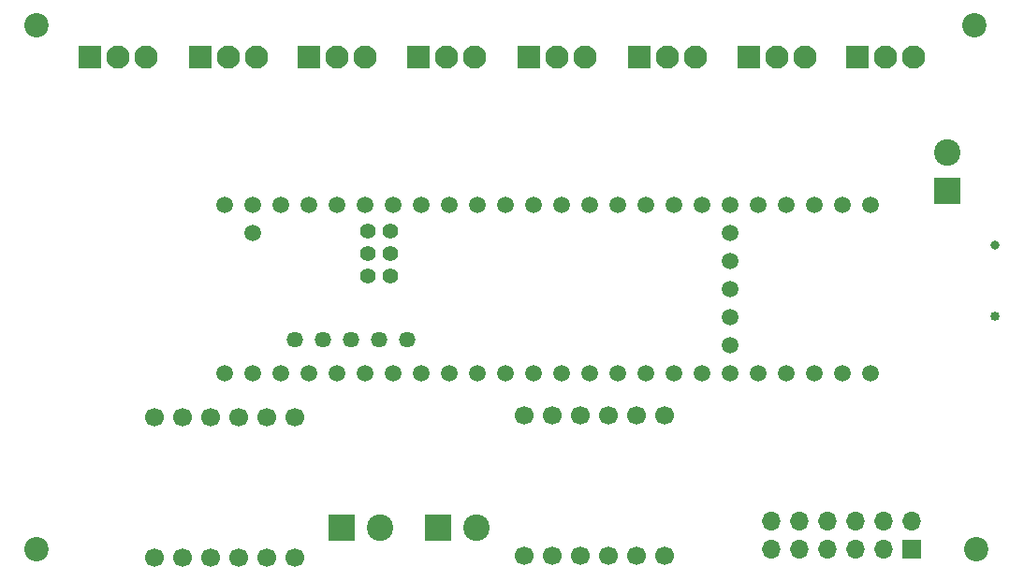
<source format=gbr>
%TF.GenerationSoftware,KiCad,Pcbnew,7.0.7*%
%TF.CreationDate,2024-02-18T14:41:38-05:00*%
%TF.ProjectId,Frankii FInal,4672616e-6b69-4692-9046-496e616c2e6b,rev?*%
%TF.SameCoordinates,Original*%
%TF.FileFunction,Soldermask,Bot*%
%TF.FilePolarity,Negative*%
%FSLAX46Y46*%
G04 Gerber Fmt 4.6, Leading zero omitted, Abs format (unit mm)*
G04 Created by KiCad (PCBNEW 7.0.7) date 2024-02-18 14:41:38*
%MOMM*%
%LPD*%
G01*
G04 APERTURE LIST*
%ADD10C,1.700000*%
%ADD11R,2.100000X2.100000*%
%ADD12C,2.100000*%
%ADD13C,0.853092*%
%ADD14C,0.812800*%
%ADD15C,2.200000*%
%ADD16R,2.400000X2.400000*%
%ADD17C,2.400000*%
%ADD18C,1.512000*%
%ADD19C,1.462000*%
%ADD20C,1.412000*%
%ADD21R,1.700000X1.700000*%
%ADD22O,1.700000X1.700000*%
G04 APERTURE END LIST*
D10*
%TO.C,DRV8256P2*%
X145361700Y-110391100D03*
X147901700Y-110391100D03*
X150441700Y-110391100D03*
X152981700Y-110391100D03*
X155521700Y-110391100D03*
X158061700Y-110391100D03*
X158061700Y-123091100D03*
X155521700Y-123091100D03*
X152981700Y-123091100D03*
X150441700Y-123091100D03*
X147901700Y-123091100D03*
X145361700Y-123091100D03*
%TD*%
D11*
%TO.C,J6*%
X116051700Y-77941100D03*
D12*
X118591700Y-77941100D03*
X121131700Y-77941100D03*
%TD*%
D13*
%TO.C,SW1*%
X187998800Y-101436200D03*
D14*
X187998340Y-95036200D03*
%TD*%
D15*
%TO.C,H4*%
X186071700Y-75141100D03*
%TD*%
D11*
%TO.C,J7*%
X106071700Y-77941100D03*
D12*
X108611700Y-77941100D03*
X111151700Y-77941100D03*
%TD*%
D11*
%TO.C,J4*%
X155771700Y-77941100D03*
D12*
X158311700Y-77941100D03*
X160851700Y-77941100D03*
%TD*%
D15*
%TO.C,H1*%
X101271700Y-75141100D03*
%TD*%
D11*
%TO.C,J8*%
X145791700Y-77941100D03*
D12*
X148331700Y-77941100D03*
X150871700Y-77941100D03*
%TD*%
D16*
%TO.C,J2*%
X183671700Y-90091100D03*
D17*
X183671700Y-86591100D03*
%TD*%
D11*
%TO.C,J3*%
X165671700Y-77941100D03*
D12*
X168211700Y-77941100D03*
X170751700Y-77941100D03*
%TD*%
D15*
%TO.C,H3*%
X186271700Y-122541100D03*
%TD*%
D11*
%TO.C,J5*%
X125911700Y-77966400D03*
D12*
X128451700Y-77966400D03*
X130991700Y-77966400D03*
%TD*%
D11*
%TO.C,J9*%
X135791700Y-77941100D03*
D12*
X138331700Y-77941100D03*
X140871700Y-77941100D03*
%TD*%
D18*
%TO.C,U5*%
X120801700Y-106561100D03*
X123341700Y-106561100D03*
X125881700Y-106561100D03*
X128421700Y-106561100D03*
X153821700Y-106561100D03*
X123341700Y-91321100D03*
X163981700Y-101481100D03*
X130961700Y-106561100D03*
X133501700Y-106561100D03*
D19*
X124611700Y-103511100D03*
D18*
X136041700Y-106561100D03*
X138581700Y-106561100D03*
X141121700Y-106561100D03*
X143661700Y-106561100D03*
X146201700Y-106561100D03*
X148741700Y-106561100D03*
X151281700Y-106561100D03*
X151281700Y-91321100D03*
X148741700Y-91321100D03*
X146201700Y-91321100D03*
X143661700Y-91321100D03*
X141121700Y-91321100D03*
X138581700Y-91321100D03*
X136041700Y-91321100D03*
X133501700Y-91321100D03*
X130961700Y-91321100D03*
X128421700Y-91321100D03*
X125881700Y-91321100D03*
X156361700Y-106561100D03*
X158901700Y-106561100D03*
X161441700Y-106561100D03*
X163981700Y-106561100D03*
X166521700Y-106561100D03*
X169061700Y-106561100D03*
X171601700Y-106561100D03*
X174141700Y-106561100D03*
X176681700Y-106561100D03*
X176681700Y-91321100D03*
X174141700Y-91321100D03*
X171601700Y-91321100D03*
X169061700Y-91321100D03*
X166521700Y-91321100D03*
X163981700Y-91321100D03*
X161441700Y-91321100D03*
X158901700Y-91321100D03*
X156361700Y-91321100D03*
D19*
X129691700Y-103511100D03*
X127151700Y-103511100D03*
D18*
X118261700Y-106561100D03*
X153821700Y-91321100D03*
X120801700Y-91321100D03*
X163981700Y-98941100D03*
D20*
X133231700Y-95771100D03*
X131231700Y-95771100D03*
D18*
X163981700Y-93861100D03*
X163981700Y-96401100D03*
D20*
X131231700Y-93771100D03*
X133231700Y-93771100D03*
X133231700Y-97771100D03*
X131231700Y-97771100D03*
D19*
X132231700Y-103511100D03*
X134771700Y-103511100D03*
D18*
X163981700Y-104021100D03*
X118261700Y-91321100D03*
X120801700Y-93861100D03*
%TD*%
D10*
%TO.C,DRV8256P1*%
X111961700Y-110591100D03*
X114501700Y-110591100D03*
X117041700Y-110591100D03*
X119581700Y-110591100D03*
X122121700Y-110591100D03*
X124661700Y-110591100D03*
X124661700Y-123291100D03*
X122121700Y-123291100D03*
X119581700Y-123291100D03*
X117041700Y-123291100D03*
X114501700Y-123291100D03*
X111961700Y-123291100D03*
%TD*%
D11*
%TO.C,J1*%
X175531700Y-77941100D03*
D12*
X178071700Y-77941100D03*
X180611700Y-77941100D03*
%TD*%
D15*
%TO.C,H2*%
X101271700Y-122541100D03*
%TD*%
D16*
%TO.C,J10*%
X137571700Y-120541100D03*
D17*
X141071700Y-120541100D03*
%TD*%
D16*
%TO.C,J11*%
X128871700Y-120541100D03*
D17*
X132371700Y-120541100D03*
%TD*%
D21*
%TO.C,PowerRegulator1*%
X180411700Y-122541100D03*
D22*
X180411700Y-120001100D03*
X177871700Y-122541100D03*
X177871700Y-120001100D03*
X175331700Y-122541100D03*
X175331700Y-120001100D03*
X172791700Y-122541100D03*
X172791700Y-120001100D03*
X170251700Y-122541100D03*
X170251700Y-120001100D03*
X167711700Y-122541100D03*
X167711700Y-120001100D03*
%TD*%
M02*

</source>
